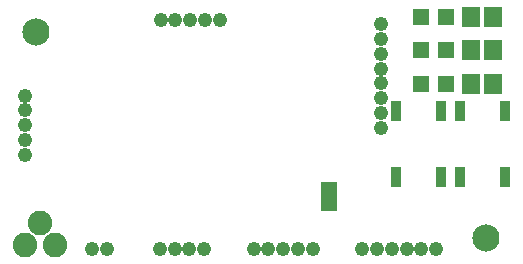
<source format=gbs>
G75*
%MOIN*%
%OFA0B0*%
%FSLAX25Y25*%
%IPPOS*%
%LPD*%
%AMOC8*
5,1,8,0,0,1.08239X$1,22.5*
%
%ADD10C,0.04769*%
%ADD11C,0.08200*%
%ADD12R,0.05524X0.05524*%
%ADD13R,0.05918X0.07099*%
%ADD14R,0.03800X0.06800*%
%ADD15C,0.09068*%
%ADD16C,0.09055*%
%ADD17R,0.05800X0.03300*%
D10*
X0030589Y0008050D03*
X0035511Y0008050D03*
X0053089Y0008050D03*
X0058011Y0008050D03*
X0062932Y0008050D03*
X0067853Y0008050D03*
X0084339Y0008050D03*
X0089261Y0008050D03*
X0094182Y0008050D03*
X0099103Y0008050D03*
X0104024Y0008050D03*
X0120589Y0008050D03*
X0125511Y0008050D03*
X0130432Y0008050D03*
X0135353Y0008050D03*
X0140274Y0008050D03*
X0145196Y0008050D03*
X0126800Y0048562D03*
X0126800Y0053483D03*
X0126800Y0058404D03*
X0126800Y0063326D03*
X0126800Y0068247D03*
X0126800Y0073168D03*
X0126800Y0078089D03*
X0126800Y0083011D03*
X0073011Y0084300D03*
X0068089Y0084300D03*
X0063168Y0084300D03*
X0058247Y0084300D03*
X0053326Y0084300D03*
X0008050Y0059261D03*
X0008050Y0054339D03*
X0008050Y0049418D03*
X0008050Y0044497D03*
X0008050Y0039576D03*
D11*
X0008050Y0009300D03*
X0018050Y0009300D03*
X0013050Y0016800D03*
D12*
X0140166Y0063050D03*
X0148434Y0063050D03*
X0148434Y0074300D03*
X0140166Y0074300D03*
X0140166Y0085550D03*
X0148434Y0085550D03*
D13*
X0156810Y0085550D03*
X0164290Y0085550D03*
X0164290Y0074300D03*
X0156810Y0074300D03*
X0156810Y0063050D03*
X0164290Y0063050D03*
D14*
X0168050Y0054050D03*
X0153050Y0054050D03*
X0146800Y0054050D03*
X0131800Y0054050D03*
X0131800Y0032050D03*
X0146800Y0032050D03*
X0153050Y0032050D03*
X0168050Y0032050D03*
D15*
X0161800Y0011800D03*
X0011800Y0080550D03*
D16*
X0011800Y0080550D03*
X0161800Y0011800D03*
D17*
X0109300Y0022350D03*
X0109300Y0025550D03*
X0109300Y0028750D03*
M02*

</source>
